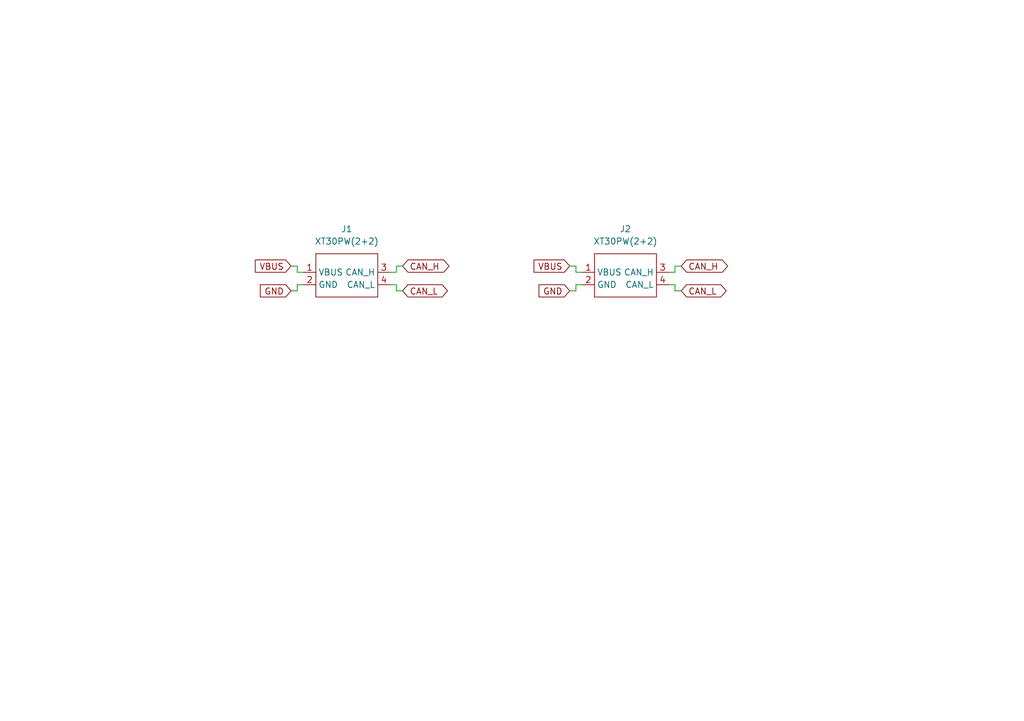
<source format=kicad_sch>
(kicad_sch (version 20211123) (generator eeschema)
  (paper "A5")
  (lib_symbols
    (symbol "Rolling_Custom:XT30PW(2+2)"
      (property "Reference" "J" (at -5.08 3.81 0))
      (property "Value" "XT30PW(2+2)" (at 0 -5.08 0))
      (symbol "XT30PW(2+2)_0_1"
        (rectangle (start -6.35 5.08) (end 6.35 -3.81))
      )
      (symbol "XT30PW(2+2)_1_1"
        (pin power_in line (at -8.89 1.27 0) (length 2.54) (name "VBUS") (number "1"))
        (pin power_in line (at -8.89 -1.27 0) (length 2.54) (name "GND") (number "2"))
        (pin bidirectional line (at 8.89 1.27 180) (length 2.54) (name "CAN_H") (number "3"))
        (pin bidirectional line (at 8.89 -1.27 180) (length 2.54) (name "CAN_L") (number "4"))
      )
    )
  )
  (wire (pts (xy 137.16 55.88) (xy 138.43 55.88)))
  (wire (pts (xy 59.69 54.61) (xy 60.96 54.61)))
  (wire (pts (xy 60.96 58.42) (xy 60.96 59.69)))
  (wire (pts (xy 138.43 55.88) (xy 138.43 54.61)))
  (wire (pts (xy 81.28 58.42) (xy 81.28 59.69)))
  (wire (pts (xy 59.69 59.69) (xy 60.96 59.69)))
  (wire (pts (xy 116.84 54.61) (xy 118.11 54.61)))
  (wire (pts (xy 81.28 59.69) (xy 82.55 59.69)))
  (wire (pts (xy 138.43 59.69) (xy 139.7 59.69)))
  (wire (pts (xy 118.11 59.69) (xy 118.11 58.42)))
  (wire (pts (xy 60.96 55.88) (xy 62.23 55.88)))
  (wire (pts (xy 80.01 55.88) (xy 81.28 55.88)))
  (wire (pts (xy 138.43 54.61) (xy 139.7 54.61)))
  (wire (pts (xy 116.84 59.69) (xy 118.11 59.69)))
  (wire (pts (xy 81.28 55.88) (xy 81.28 54.61)))
  (wire (pts (xy 118.11 58.42) (xy 119.38 58.42)))
  (wire (pts (xy 118.11 54.61) (xy 118.11 55.88)))
  (wire (pts (xy 60.96 54.61) (xy 60.96 55.88)))
  (wire (pts (xy 138.43 58.42) (xy 138.43 59.69)))
  (wire (pts (xy 81.28 54.61) (xy 82.55 54.61)))
  (wire (pts (xy 137.16 58.42) (xy 138.43 58.42)))
  (wire (pts (xy 80.01 58.42) (xy 81.28 58.42)))
  (wire (pts (xy 62.23 58.42) (xy 60.96 58.42)))
  (wire (pts (xy 118.11 55.88) (xy 119.38 55.88)))
  (global_label "GND" (shape input) (at 116.84 59.69 180) (property "Intersheet References" "${INTERSHEET_REFS}" (effects hide)))
  (global_label "CAN_H" (shape bidirectional) (at 82.55 54.61 0) (property "Intersheet References" "${INTERSHEET_REFS}" (effects hide)))
  (global_label "VBUS" (shape input) (at 59.69 54.61 180) (property "Intersheet References" "${INTERSHEET_REFS}" (effects hide)))
  (global_label "CAN_L" (shape bidirectional) (at 82.55 59.69 0) (property "Intersheet References" "${INTERSHEET_REFS}" (effects hide)))
  (global_label "VBUS" (shape input) (at 116.84 54.61 180) (property "Intersheet References" "${INTERSHEET_REFS}" (effects hide)))
  (global_label "CAN_L" (shape bidirectional) (at 139.7 59.69 0) (property "Intersheet References" "${INTERSHEET_REFS}" (effects hide)))
  (global_label "CAN_H" (shape bidirectional) (at 139.7 54.61 0) (property "Intersheet References" "${INTERSHEET_REFS}" (effects hide)))
  (global_label "GND" (shape input) (at 59.69 59.69 180) (property "Intersheet References" "${INTERSHEET_REFS}" (effects hide)))
  (symbol (lib_id "Rolling_Custom:XT30PW(2+2)") (at 128.27 57.15 0) (unit 1)
    (property "Reference" "J2" (at 128.27 46.99 0))
    (property "Value" "XT30PW(2+2)" (at 128.27 49.53 0))
    (property "Footprint" "Rolling_Custom:XT30PW(2+2)" (effects hide))
  )
  (symbol (lib_id "Rolling_Custom:XT30PW(2+2)") (at 71.12 57.15 0) (unit 1)
    (property "Reference" "J1" (at 71.12 46.99 0))
    (property "Value" "XT30PW(2+2)" (at 71.12 49.53 0))
    (property "Footprint" "Rolling_Custom:XT30PW(2+2)" (effects hide))
  )
)
</source>
